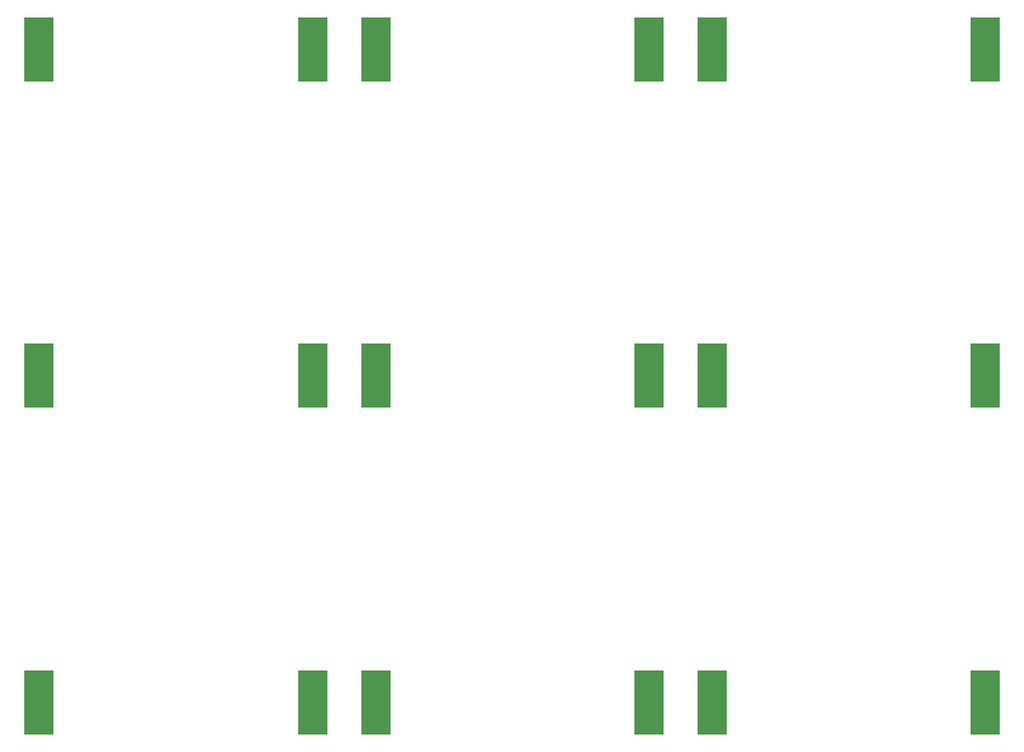
<source format=gbr>
%TF.GenerationSoftware,KiCad,Pcbnew,7.0.2-0*%
%TF.CreationDate,2024-04-23T15:27:54-05:00*%
%TF.ProjectId,saopowerbrdvcut,73616f70-6f77-4657-9262-726476637574,rev?*%
%TF.SameCoordinates,Original*%
%TF.FileFunction,Paste,Top*%
%TF.FilePolarity,Positive*%
%FSLAX46Y46*%
G04 Gerber Fmt 4.6, Leading zero omitted, Abs format (unit mm)*
G04 Created by KiCad (PCBNEW 7.0.2-0) date 2024-04-23 15:27:54*
%MOMM*%
%LPD*%
G01*
G04 APERTURE LIST*
%ADD10R,2.600000X5.560000*%
G04 APERTURE END LIST*
D10*
%TO.C,REF\u002A\u002A*%
X165907999Y-58421709D03*
X189717999Y-58421709D03*
%TD*%
%TO.C,REF\u002A\u002A*%
X165907999Y-29930654D03*
X189717999Y-29930654D03*
%TD*%
%TO.C,REF\u002A\u002A*%
X136606000Y-86912764D03*
X160416000Y-86912764D03*
%TD*%
%TO.C,REF\u002A\u002A*%
X136606000Y-58421709D03*
X160416000Y-58421709D03*
%TD*%
%TO.C,REF\u002A\u002A*%
X107304001Y-86912764D03*
X131114001Y-86912764D03*
%TD*%
%TO.C,REF\u002A\u002A*%
X107304001Y-58421709D03*
X131114001Y-58421709D03*
%TD*%
%TO.C,REF\u002A\u002A*%
X107304001Y-29930654D03*
X131114001Y-29930654D03*
%TD*%
%TO.C,REF\u002A\u002A*%
X136606000Y-29930654D03*
X160416000Y-29930654D03*
%TD*%
%TO.C,REF\u002A\u002A*%
X165907999Y-86912764D03*
X189717999Y-86912764D03*
%TD*%
M02*

</source>
